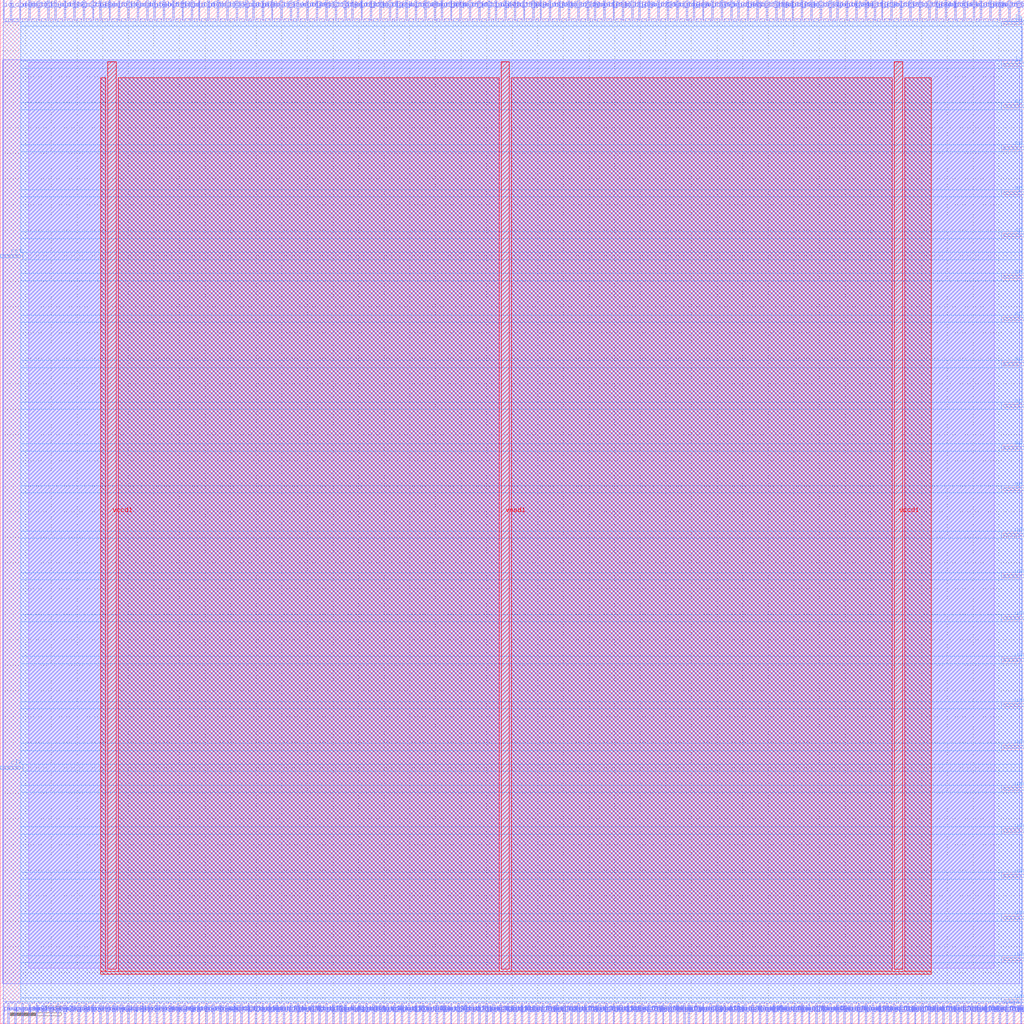
<source format=lef>
VERSION 5.7 ;
  NOWIREEXTENSIONATPIN ON ;
  DIVIDERCHAR "/" ;
  BUSBITCHARS "[]" ;
MACRO IOMultiplexer
  CLASS BLOCK ;
  FOREIGN IOMultiplexer ;
  ORIGIN 0.000 0.000 ;
  SIZE 200.000 BY 200.000 ;
  PIN clk
    DIRECTION INPUT ;
    USE SIGNAL ;
    PORT
      LAYER met3 ;
        RECT 0.000 49.680 4.000 50.280 ;
    END
  END clk
  PIN gpio0_input[0]
    DIRECTION OUTPUT TRISTATE ;
    USE SIGNAL ;
    PORT
      LAYER met2 ;
        RECT 122.450 0.000 122.730 4.000 ;
    END
  END gpio0_input[0]
  PIN gpio0_input[10]
    DIRECTION OUTPUT TRISTATE ;
    USE SIGNAL ;
    PORT
      LAYER met2 ;
        RECT 163.390 0.000 163.670 4.000 ;
    END
  END gpio0_input[10]
  PIN gpio0_input[11]
    DIRECTION OUTPUT TRISTATE ;
    USE SIGNAL ;
    PORT
      LAYER met2 ;
        RECT 167.530 0.000 167.810 4.000 ;
    END
  END gpio0_input[11]
  PIN gpio0_input[12]
    DIRECTION OUTPUT TRISTATE ;
    USE SIGNAL ;
    PORT
      LAYER met2 ;
        RECT 171.670 0.000 171.950 4.000 ;
    END
  END gpio0_input[12]
  PIN gpio0_input[13]
    DIRECTION OUTPUT TRISTATE ;
    USE SIGNAL ;
    PORT
      LAYER met2 ;
        RECT 175.810 0.000 176.090 4.000 ;
    END
  END gpio0_input[13]
  PIN gpio0_input[14]
    DIRECTION OUTPUT TRISTATE ;
    USE SIGNAL ;
    PORT
      LAYER met2 ;
        RECT 179.950 0.000 180.230 4.000 ;
    END
  END gpio0_input[14]
  PIN gpio0_input[15]
    DIRECTION OUTPUT TRISTATE ;
    USE SIGNAL ;
    PORT
      LAYER met2 ;
        RECT 184.090 0.000 184.370 4.000 ;
    END
  END gpio0_input[15]
  PIN gpio0_input[16]
    DIRECTION OUTPUT TRISTATE ;
    USE SIGNAL ;
    PORT
      LAYER met2 ;
        RECT 188.230 0.000 188.510 4.000 ;
    END
  END gpio0_input[16]
  PIN gpio0_input[17]
    DIRECTION OUTPUT TRISTATE ;
    USE SIGNAL ;
    PORT
      LAYER met2 ;
        RECT 192.370 0.000 192.650 4.000 ;
    END
  END gpio0_input[17]
  PIN gpio0_input[18]
    DIRECTION OUTPUT TRISTATE ;
    USE SIGNAL ;
    PORT
      LAYER met2 ;
        RECT 196.510 0.000 196.790 4.000 ;
    END
  END gpio0_input[18]
  PIN gpio0_input[1]
    DIRECTION OUTPUT TRISTATE ;
    USE SIGNAL ;
    PORT
      LAYER met2 ;
        RECT 126.590 0.000 126.870 4.000 ;
    END
  END gpio0_input[1]
  PIN gpio0_input[2]
    DIRECTION OUTPUT TRISTATE ;
    USE SIGNAL ;
    PORT
      LAYER met2 ;
        RECT 130.730 0.000 131.010 4.000 ;
    END
  END gpio0_input[2]
  PIN gpio0_input[3]
    DIRECTION OUTPUT TRISTATE ;
    USE SIGNAL ;
    PORT
      LAYER met2 ;
        RECT 134.410 0.000 134.690 4.000 ;
    END
  END gpio0_input[3]
  PIN gpio0_input[4]
    DIRECTION OUTPUT TRISTATE ;
    USE SIGNAL ;
    PORT
      LAYER met2 ;
        RECT 138.550 0.000 138.830 4.000 ;
    END
  END gpio0_input[4]
  PIN gpio0_input[5]
    DIRECTION OUTPUT TRISTATE ;
    USE SIGNAL ;
    PORT
      LAYER met2 ;
        RECT 142.690 0.000 142.970 4.000 ;
    END
  END gpio0_input[5]
  PIN gpio0_input[6]
    DIRECTION OUTPUT TRISTATE ;
    USE SIGNAL ;
    PORT
      LAYER met2 ;
        RECT 146.830 0.000 147.110 4.000 ;
    END
  END gpio0_input[6]
  PIN gpio0_input[7]
    DIRECTION OUTPUT TRISTATE ;
    USE SIGNAL ;
    PORT
      LAYER met2 ;
        RECT 150.970 0.000 151.250 4.000 ;
    END
  END gpio0_input[7]
  PIN gpio0_input[8]
    DIRECTION OUTPUT TRISTATE ;
    USE SIGNAL ;
    PORT
      LAYER met2 ;
        RECT 155.110 0.000 155.390 4.000 ;
    END
  END gpio0_input[8]
  PIN gpio0_input[9]
    DIRECTION OUTPUT TRISTATE ;
    USE SIGNAL ;
    PORT
      LAYER met2 ;
        RECT 159.250 0.000 159.530 4.000 ;
    END
  END gpio0_input[9]
  PIN gpio0_oe[0]
    DIRECTION INPUT ;
    USE SIGNAL ;
    PORT
      LAYER met2 ;
        RECT 123.830 0.000 124.110 4.000 ;
    END
  END gpio0_oe[0]
  PIN gpio0_oe[10]
    DIRECTION INPUT ;
    USE SIGNAL ;
    PORT
      LAYER met2 ;
        RECT 164.770 0.000 165.050 4.000 ;
    END
  END gpio0_oe[10]
  PIN gpio0_oe[11]
    DIRECTION INPUT ;
    USE SIGNAL ;
    PORT
      LAYER met2 ;
        RECT 168.910 0.000 169.190 4.000 ;
    END
  END gpio0_oe[11]
  PIN gpio0_oe[12]
    DIRECTION INPUT ;
    USE SIGNAL ;
    PORT
      LAYER met2 ;
        RECT 173.050 0.000 173.330 4.000 ;
    END
  END gpio0_oe[12]
  PIN gpio0_oe[13]
    DIRECTION INPUT ;
    USE SIGNAL ;
    PORT
      LAYER met2 ;
        RECT 177.190 0.000 177.470 4.000 ;
    END
  END gpio0_oe[13]
  PIN gpio0_oe[14]
    DIRECTION INPUT ;
    USE SIGNAL ;
    PORT
      LAYER met2 ;
        RECT 181.330 0.000 181.610 4.000 ;
    END
  END gpio0_oe[14]
  PIN gpio0_oe[15]
    DIRECTION INPUT ;
    USE SIGNAL ;
    PORT
      LAYER met2 ;
        RECT 185.470 0.000 185.750 4.000 ;
    END
  END gpio0_oe[15]
  PIN gpio0_oe[16]
    DIRECTION INPUT ;
    USE SIGNAL ;
    PORT
      LAYER met2 ;
        RECT 189.610 0.000 189.890 4.000 ;
    END
  END gpio0_oe[16]
  PIN gpio0_oe[17]
    DIRECTION INPUT ;
    USE SIGNAL ;
    PORT
      LAYER met2 ;
        RECT 193.750 0.000 194.030 4.000 ;
    END
  END gpio0_oe[17]
  PIN gpio0_oe[18]
    DIRECTION INPUT ;
    USE SIGNAL ;
    PORT
      LAYER met2 ;
        RECT 197.890 0.000 198.170 4.000 ;
    END
  END gpio0_oe[18]
  PIN gpio0_oe[1]
    DIRECTION INPUT ;
    USE SIGNAL ;
    PORT
      LAYER met2 ;
        RECT 127.970 0.000 128.250 4.000 ;
    END
  END gpio0_oe[1]
  PIN gpio0_oe[2]
    DIRECTION INPUT ;
    USE SIGNAL ;
    PORT
      LAYER met2 ;
        RECT 132.110 0.000 132.390 4.000 ;
    END
  END gpio0_oe[2]
  PIN gpio0_oe[3]
    DIRECTION INPUT ;
    USE SIGNAL ;
    PORT
      LAYER met2 ;
        RECT 135.790 0.000 136.070 4.000 ;
    END
  END gpio0_oe[3]
  PIN gpio0_oe[4]
    DIRECTION INPUT ;
    USE SIGNAL ;
    PORT
      LAYER met2 ;
        RECT 139.930 0.000 140.210 4.000 ;
    END
  END gpio0_oe[4]
  PIN gpio0_oe[5]
    DIRECTION INPUT ;
    USE SIGNAL ;
    PORT
      LAYER met2 ;
        RECT 144.070 0.000 144.350 4.000 ;
    END
  END gpio0_oe[5]
  PIN gpio0_oe[6]
    DIRECTION INPUT ;
    USE SIGNAL ;
    PORT
      LAYER met2 ;
        RECT 148.210 0.000 148.490 4.000 ;
    END
  END gpio0_oe[6]
  PIN gpio0_oe[7]
    DIRECTION INPUT ;
    USE SIGNAL ;
    PORT
      LAYER met2 ;
        RECT 152.350 0.000 152.630 4.000 ;
    END
  END gpio0_oe[7]
  PIN gpio0_oe[8]
    DIRECTION INPUT ;
    USE SIGNAL ;
    PORT
      LAYER met2 ;
        RECT 156.490 0.000 156.770 4.000 ;
    END
  END gpio0_oe[8]
  PIN gpio0_oe[9]
    DIRECTION INPUT ;
    USE SIGNAL ;
    PORT
      LAYER met2 ;
        RECT 160.630 0.000 160.910 4.000 ;
    END
  END gpio0_oe[9]
  PIN gpio0_output[0]
    DIRECTION INPUT ;
    USE SIGNAL ;
    PORT
      LAYER met2 ;
        RECT 125.210 0.000 125.490 4.000 ;
    END
  END gpio0_output[0]
  PIN gpio0_output[10]
    DIRECTION INPUT ;
    USE SIGNAL ;
    PORT
      LAYER met2 ;
        RECT 166.150 0.000 166.430 4.000 ;
    END
  END gpio0_output[10]
  PIN gpio0_output[11]
    DIRECTION INPUT ;
    USE SIGNAL ;
    PORT
      LAYER met2 ;
        RECT 170.290 0.000 170.570 4.000 ;
    END
  END gpio0_output[11]
  PIN gpio0_output[12]
    DIRECTION INPUT ;
    USE SIGNAL ;
    PORT
      LAYER met2 ;
        RECT 174.430 0.000 174.710 4.000 ;
    END
  END gpio0_output[12]
  PIN gpio0_output[13]
    DIRECTION INPUT ;
    USE SIGNAL ;
    PORT
      LAYER met2 ;
        RECT 178.570 0.000 178.850 4.000 ;
    END
  END gpio0_output[13]
  PIN gpio0_output[14]
    DIRECTION INPUT ;
    USE SIGNAL ;
    PORT
      LAYER met2 ;
        RECT 182.710 0.000 182.990 4.000 ;
    END
  END gpio0_output[14]
  PIN gpio0_output[15]
    DIRECTION INPUT ;
    USE SIGNAL ;
    PORT
      LAYER met2 ;
        RECT 186.850 0.000 187.130 4.000 ;
    END
  END gpio0_output[15]
  PIN gpio0_output[16]
    DIRECTION INPUT ;
    USE SIGNAL ;
    PORT
      LAYER met2 ;
        RECT 190.990 0.000 191.270 4.000 ;
    END
  END gpio0_output[16]
  PIN gpio0_output[17]
    DIRECTION INPUT ;
    USE SIGNAL ;
    PORT
      LAYER met2 ;
        RECT 195.130 0.000 195.410 4.000 ;
    END
  END gpio0_output[17]
  PIN gpio0_output[18]
    DIRECTION INPUT ;
    USE SIGNAL ;
    PORT
      LAYER met2 ;
        RECT 199.270 0.000 199.550 4.000 ;
    END
  END gpio0_output[18]
  PIN gpio0_output[1]
    DIRECTION INPUT ;
    USE SIGNAL ;
    PORT
      LAYER met2 ;
        RECT 129.350 0.000 129.630 4.000 ;
    END
  END gpio0_output[1]
  PIN gpio0_output[2]
    DIRECTION INPUT ;
    USE SIGNAL ;
    PORT
      LAYER met2 ;
        RECT 133.490 0.000 133.770 4.000 ;
    END
  END gpio0_output[2]
  PIN gpio0_output[3]
    DIRECTION INPUT ;
    USE SIGNAL ;
    PORT
      LAYER met2 ;
        RECT 137.170 0.000 137.450 4.000 ;
    END
  END gpio0_output[3]
  PIN gpio0_output[4]
    DIRECTION INPUT ;
    USE SIGNAL ;
    PORT
      LAYER met2 ;
        RECT 141.310 0.000 141.590 4.000 ;
    END
  END gpio0_output[4]
  PIN gpio0_output[5]
    DIRECTION INPUT ;
    USE SIGNAL ;
    PORT
      LAYER met2 ;
        RECT 145.450 0.000 145.730 4.000 ;
    END
  END gpio0_output[5]
  PIN gpio0_output[6]
    DIRECTION INPUT ;
    USE SIGNAL ;
    PORT
      LAYER met2 ;
        RECT 149.590 0.000 149.870 4.000 ;
    END
  END gpio0_output[6]
  PIN gpio0_output[7]
    DIRECTION INPUT ;
    USE SIGNAL ;
    PORT
      LAYER met2 ;
        RECT 153.730 0.000 154.010 4.000 ;
    END
  END gpio0_output[7]
  PIN gpio0_output[8]
    DIRECTION INPUT ;
    USE SIGNAL ;
    PORT
      LAYER met2 ;
        RECT 157.870 0.000 158.150 4.000 ;
    END
  END gpio0_output[8]
  PIN gpio0_output[9]
    DIRECTION INPUT ;
    USE SIGNAL ;
    PORT
      LAYER met2 ;
        RECT 162.010 0.000 162.290 4.000 ;
    END
  END gpio0_output[9]
  PIN gpio1_input[0]
    DIRECTION OUTPUT TRISTATE ;
    USE SIGNAL ;
    PORT
      LAYER met2 ;
        RECT 44.250 0.000 44.530 4.000 ;
    END
  END gpio1_input[0]
  PIN gpio1_input[10]
    DIRECTION OUTPUT TRISTATE ;
    USE SIGNAL ;
    PORT
      LAYER met2 ;
        RECT 85.190 0.000 85.470 4.000 ;
    END
  END gpio1_input[10]
  PIN gpio1_input[11]
    DIRECTION OUTPUT TRISTATE ;
    USE SIGNAL ;
    PORT
      LAYER met2 ;
        RECT 89.330 0.000 89.610 4.000 ;
    END
  END gpio1_input[11]
  PIN gpio1_input[12]
    DIRECTION OUTPUT TRISTATE ;
    USE SIGNAL ;
    PORT
      LAYER met2 ;
        RECT 93.470 0.000 93.750 4.000 ;
    END
  END gpio1_input[12]
  PIN gpio1_input[13]
    DIRECTION OUTPUT TRISTATE ;
    USE SIGNAL ;
    PORT
      LAYER met2 ;
        RECT 97.610 0.000 97.890 4.000 ;
    END
  END gpio1_input[13]
  PIN gpio1_input[14]
    DIRECTION OUTPUT TRISTATE ;
    USE SIGNAL ;
    PORT
      LAYER met2 ;
        RECT 101.750 0.000 102.030 4.000 ;
    END
  END gpio1_input[14]
  PIN gpio1_input[15]
    DIRECTION OUTPUT TRISTATE ;
    USE SIGNAL ;
    PORT
      LAYER met2 ;
        RECT 105.890 0.000 106.170 4.000 ;
    END
  END gpio1_input[15]
  PIN gpio1_input[16]
    DIRECTION OUTPUT TRISTATE ;
    USE SIGNAL ;
    PORT
      LAYER met2 ;
        RECT 110.030 0.000 110.310 4.000 ;
    END
  END gpio1_input[16]
  PIN gpio1_input[17]
    DIRECTION OUTPUT TRISTATE ;
    USE SIGNAL ;
    PORT
      LAYER met2 ;
        RECT 114.170 0.000 114.450 4.000 ;
    END
  END gpio1_input[17]
  PIN gpio1_input[18]
    DIRECTION OUTPUT TRISTATE ;
    USE SIGNAL ;
    PORT
      LAYER met2 ;
        RECT 118.310 0.000 118.590 4.000 ;
    END
  END gpio1_input[18]
  PIN gpio1_input[1]
    DIRECTION OUTPUT TRISTATE ;
    USE SIGNAL ;
    PORT
      LAYER met2 ;
        RECT 48.390 0.000 48.670 4.000 ;
    END
  END gpio1_input[1]
  PIN gpio1_input[2]
    DIRECTION OUTPUT TRISTATE ;
    USE SIGNAL ;
    PORT
      LAYER met2 ;
        RECT 52.530 0.000 52.810 4.000 ;
    END
  END gpio1_input[2]
  PIN gpio1_input[3]
    DIRECTION OUTPUT TRISTATE ;
    USE SIGNAL ;
    PORT
      LAYER met2 ;
        RECT 56.670 0.000 56.950 4.000 ;
    END
  END gpio1_input[3]
  PIN gpio1_input[4]
    DIRECTION OUTPUT TRISTATE ;
    USE SIGNAL ;
    PORT
      LAYER met2 ;
        RECT 60.810 0.000 61.090 4.000 ;
    END
  END gpio1_input[4]
  PIN gpio1_input[5]
    DIRECTION OUTPUT TRISTATE ;
    USE SIGNAL ;
    PORT
      LAYER met2 ;
        RECT 64.950 0.000 65.230 4.000 ;
    END
  END gpio1_input[5]
  PIN gpio1_input[6]
    DIRECTION OUTPUT TRISTATE ;
    USE SIGNAL ;
    PORT
      LAYER met2 ;
        RECT 68.630 0.000 68.910 4.000 ;
    END
  END gpio1_input[6]
  PIN gpio1_input[7]
    DIRECTION OUTPUT TRISTATE ;
    USE SIGNAL ;
    PORT
      LAYER met2 ;
        RECT 72.770 0.000 73.050 4.000 ;
    END
  END gpio1_input[7]
  PIN gpio1_input[8]
    DIRECTION OUTPUT TRISTATE ;
    USE SIGNAL ;
    PORT
      LAYER met2 ;
        RECT 76.910 0.000 77.190 4.000 ;
    END
  END gpio1_input[8]
  PIN gpio1_input[9]
    DIRECTION OUTPUT TRISTATE ;
    USE SIGNAL ;
    PORT
      LAYER met2 ;
        RECT 81.050 0.000 81.330 4.000 ;
    END
  END gpio1_input[9]
  PIN gpio1_oe[0]
    DIRECTION INPUT ;
    USE SIGNAL ;
    PORT
      LAYER met2 ;
        RECT 45.630 0.000 45.910 4.000 ;
    END
  END gpio1_oe[0]
  PIN gpio1_oe[10]
    DIRECTION INPUT ;
    USE SIGNAL ;
    PORT
      LAYER met2 ;
        RECT 86.570 0.000 86.850 4.000 ;
    END
  END gpio1_oe[10]
  PIN gpio1_oe[11]
    DIRECTION INPUT ;
    USE SIGNAL ;
    PORT
      LAYER met2 ;
        RECT 90.710 0.000 90.990 4.000 ;
    END
  END gpio1_oe[11]
  PIN gpio1_oe[12]
    DIRECTION INPUT ;
    USE SIGNAL ;
    PORT
      LAYER met2 ;
        RECT 94.850 0.000 95.130 4.000 ;
    END
  END gpio1_oe[12]
  PIN gpio1_oe[13]
    DIRECTION INPUT ;
    USE SIGNAL ;
    PORT
      LAYER met2 ;
        RECT 98.990 0.000 99.270 4.000 ;
    END
  END gpio1_oe[13]
  PIN gpio1_oe[14]
    DIRECTION INPUT ;
    USE SIGNAL ;
    PORT
      LAYER met2 ;
        RECT 103.130 0.000 103.410 4.000 ;
    END
  END gpio1_oe[14]
  PIN gpio1_oe[15]
    DIRECTION INPUT ;
    USE SIGNAL ;
    PORT
      LAYER met2 ;
        RECT 107.270 0.000 107.550 4.000 ;
    END
  END gpio1_oe[15]
  PIN gpio1_oe[16]
    DIRECTION INPUT ;
    USE SIGNAL ;
    PORT
      LAYER met2 ;
        RECT 111.410 0.000 111.690 4.000 ;
    END
  END gpio1_oe[16]
  PIN gpio1_oe[17]
    DIRECTION INPUT ;
    USE SIGNAL ;
    PORT
      LAYER met2 ;
        RECT 115.550 0.000 115.830 4.000 ;
    END
  END gpio1_oe[17]
  PIN gpio1_oe[18]
    DIRECTION INPUT ;
    USE SIGNAL ;
    PORT
      LAYER met2 ;
        RECT 119.690 0.000 119.970 4.000 ;
    END
  END gpio1_oe[18]
  PIN gpio1_oe[1]
    DIRECTION INPUT ;
    USE SIGNAL ;
    PORT
      LAYER met2 ;
        RECT 49.770 0.000 50.050 4.000 ;
    END
  END gpio1_oe[1]
  PIN gpio1_oe[2]
    DIRECTION INPUT ;
    USE SIGNAL ;
    PORT
      LAYER met2 ;
        RECT 53.910 0.000 54.190 4.000 ;
    END
  END gpio1_oe[2]
  PIN gpio1_oe[3]
    DIRECTION INPUT ;
    USE SIGNAL ;
    PORT
      LAYER met2 ;
        RECT 58.050 0.000 58.330 4.000 ;
    END
  END gpio1_oe[3]
  PIN gpio1_oe[4]
    DIRECTION INPUT ;
    USE SIGNAL ;
    PORT
      LAYER met2 ;
        RECT 62.190 0.000 62.470 4.000 ;
    END
  END gpio1_oe[4]
  PIN gpio1_oe[5]
    DIRECTION INPUT ;
    USE SIGNAL ;
    PORT
      LAYER met2 ;
        RECT 66.330 0.000 66.610 4.000 ;
    END
  END gpio1_oe[5]
  PIN gpio1_oe[6]
    DIRECTION INPUT ;
    USE SIGNAL ;
    PORT
      LAYER met2 ;
        RECT 70.010 0.000 70.290 4.000 ;
    END
  END gpio1_oe[6]
  PIN gpio1_oe[7]
    DIRECTION INPUT ;
    USE SIGNAL ;
    PORT
      LAYER met2 ;
        RECT 74.150 0.000 74.430 4.000 ;
    END
  END gpio1_oe[7]
  PIN gpio1_oe[8]
    DIRECTION INPUT ;
    USE SIGNAL ;
    PORT
      LAYER met2 ;
        RECT 78.290 0.000 78.570 4.000 ;
    END
  END gpio1_oe[8]
  PIN gpio1_oe[9]
    DIRECTION INPUT ;
    USE SIGNAL ;
    PORT
      LAYER met2 ;
        RECT 82.430 0.000 82.710 4.000 ;
    END
  END gpio1_oe[9]
  PIN gpio1_output[0]
    DIRECTION INPUT ;
    USE SIGNAL ;
    PORT
      LAYER met2 ;
        RECT 47.010 0.000 47.290 4.000 ;
    END
  END gpio1_output[0]
  PIN gpio1_output[10]
    DIRECTION INPUT ;
    USE SIGNAL ;
    PORT
      LAYER met2 ;
        RECT 87.950 0.000 88.230 4.000 ;
    END
  END gpio1_output[10]
  PIN gpio1_output[11]
    DIRECTION INPUT ;
    USE SIGNAL ;
    PORT
      LAYER met2 ;
        RECT 92.090 0.000 92.370 4.000 ;
    END
  END gpio1_output[11]
  PIN gpio1_output[12]
    DIRECTION INPUT ;
    USE SIGNAL ;
    PORT
      LAYER met2 ;
        RECT 96.230 0.000 96.510 4.000 ;
    END
  END gpio1_output[12]
  PIN gpio1_output[13]
    DIRECTION INPUT ;
    USE SIGNAL ;
    PORT
      LAYER met2 ;
        RECT 100.370 0.000 100.650 4.000 ;
    END
  END gpio1_output[13]
  PIN gpio1_output[14]
    DIRECTION INPUT ;
    USE SIGNAL ;
    PORT
      LAYER met2 ;
        RECT 104.510 0.000 104.790 4.000 ;
    END
  END gpio1_output[14]
  PIN gpio1_output[15]
    DIRECTION INPUT ;
    USE SIGNAL ;
    PORT
      LAYER met2 ;
        RECT 108.650 0.000 108.930 4.000 ;
    END
  END gpio1_output[15]
  PIN gpio1_output[16]
    DIRECTION INPUT ;
    USE SIGNAL ;
    PORT
      LAYER met2 ;
        RECT 112.790 0.000 113.070 4.000 ;
    END
  END gpio1_output[16]
  PIN gpio1_output[17]
    DIRECTION INPUT ;
    USE SIGNAL ;
    PORT
      LAYER met2 ;
        RECT 116.930 0.000 117.210 4.000 ;
    END
  END gpio1_output[17]
  PIN gpio1_output[18]
    DIRECTION INPUT ;
    USE SIGNAL ;
    PORT
      LAYER met2 ;
        RECT 121.070 0.000 121.350 4.000 ;
    END
  END gpio1_output[18]
  PIN gpio1_output[1]
    DIRECTION INPUT ;
    USE SIGNAL ;
    PORT
      LAYER met2 ;
        RECT 51.150 0.000 51.430 4.000 ;
    END
  END gpio1_output[1]
  PIN gpio1_output[2]
    DIRECTION INPUT ;
    USE SIGNAL ;
    PORT
      LAYER met2 ;
        RECT 55.290 0.000 55.570 4.000 ;
    END
  END gpio1_output[2]
  PIN gpio1_output[3]
    DIRECTION INPUT ;
    USE SIGNAL ;
    PORT
      LAYER met2 ;
        RECT 59.430 0.000 59.710 4.000 ;
    END
  END gpio1_output[3]
  PIN gpio1_output[4]
    DIRECTION INPUT ;
    USE SIGNAL ;
    PORT
      LAYER met2 ;
        RECT 63.570 0.000 63.850 4.000 ;
    END
  END gpio1_output[4]
  PIN gpio1_output[5]
    DIRECTION INPUT ;
    USE SIGNAL ;
    PORT
      LAYER met2 ;
        RECT 67.250 0.000 67.530 4.000 ;
    END
  END gpio1_output[5]
  PIN gpio1_output[6]
    DIRECTION INPUT ;
    USE SIGNAL ;
    PORT
      LAYER met2 ;
        RECT 71.390 0.000 71.670 4.000 ;
    END
  END gpio1_output[6]
  PIN gpio1_output[7]
    DIRECTION INPUT ;
    USE SIGNAL ;
    PORT
      LAYER met2 ;
        RECT 75.530 0.000 75.810 4.000 ;
    END
  END gpio1_output[7]
  PIN gpio1_output[8]
    DIRECTION INPUT ;
    USE SIGNAL ;
    PORT
      LAYER met2 ;
        RECT 79.670 0.000 79.950 4.000 ;
    END
  END gpio1_output[8]
  PIN gpio1_output[9]
    DIRECTION INPUT ;
    USE SIGNAL ;
    PORT
      LAYER met2 ;
        RECT 83.810 0.000 84.090 4.000 ;
    END
  END gpio1_output[9]
  PIN io_in[0]
    DIRECTION INPUT ;
    USE SIGNAL ;
    PORT
      LAYER met2 ;
        RECT 0.550 196.000 0.830 200.000 ;
    END
  END io_in[0]
  PIN io_in[10]
    DIRECTION INPUT ;
    USE SIGNAL ;
    PORT
      LAYER met2 ;
        RECT 52.990 196.000 53.270 200.000 ;
    END
  END io_in[10]
  PIN io_in[11]
    DIRECTION INPUT ;
    USE SIGNAL ;
    PORT
      LAYER met2 ;
        RECT 58.050 196.000 58.330 200.000 ;
    END
  END io_in[11]
  PIN io_in[12]
    DIRECTION INPUT ;
    USE SIGNAL ;
    PORT
      LAYER met2 ;
        RECT 63.570 196.000 63.850 200.000 ;
    END
  END io_in[12]
  PIN io_in[13]
    DIRECTION INPUT ;
    USE SIGNAL ;
    PORT
      LAYER met2 ;
        RECT 68.630 196.000 68.910 200.000 ;
    END
  END io_in[13]
  PIN io_in[14]
    DIRECTION INPUT ;
    USE SIGNAL ;
    PORT
      LAYER met2 ;
        RECT 74.150 196.000 74.430 200.000 ;
    END
  END io_in[14]
  PIN io_in[15]
    DIRECTION INPUT ;
    USE SIGNAL ;
    PORT
      LAYER met2 ;
        RECT 79.210 196.000 79.490 200.000 ;
    END
  END io_in[15]
  PIN io_in[16]
    DIRECTION INPUT ;
    USE SIGNAL ;
    PORT
      LAYER met2 ;
        RECT 84.730 196.000 85.010 200.000 ;
    END
  END io_in[16]
  PIN io_in[17]
    DIRECTION INPUT ;
    USE SIGNAL ;
    PORT
      LAYER met2 ;
        RECT 89.790 196.000 90.070 200.000 ;
    END
  END io_in[17]
  PIN io_in[18]
    DIRECTION INPUT ;
    USE SIGNAL ;
    PORT
      LAYER met2 ;
        RECT 95.310 196.000 95.590 200.000 ;
    END
  END io_in[18]
  PIN io_in[19]
    DIRECTION INPUT ;
    USE SIGNAL ;
    PORT
      LAYER met2 ;
        RECT 100.370 196.000 100.650 200.000 ;
    END
  END io_in[19]
  PIN io_in[1]
    DIRECTION INPUT ;
    USE SIGNAL ;
    PORT
      LAYER met2 ;
        RECT 5.610 196.000 5.890 200.000 ;
    END
  END io_in[1]
  PIN io_in[20]
    DIRECTION INPUT ;
    USE SIGNAL ;
    PORT
      LAYER met2 ;
        RECT 105.430 196.000 105.710 200.000 ;
    END
  END io_in[20]
  PIN io_in[21]
    DIRECTION INPUT ;
    USE SIGNAL ;
    PORT
      LAYER met2 ;
        RECT 110.950 196.000 111.230 200.000 ;
    END
  END io_in[21]
  PIN io_in[22]
    DIRECTION INPUT ;
    USE SIGNAL ;
    PORT
      LAYER met2 ;
        RECT 116.010 196.000 116.290 200.000 ;
    END
  END io_in[22]
  PIN io_in[23]
    DIRECTION INPUT ;
    USE SIGNAL ;
    PORT
      LAYER met2 ;
        RECT 121.530 196.000 121.810 200.000 ;
    END
  END io_in[23]
  PIN io_in[24]
    DIRECTION INPUT ;
    USE SIGNAL ;
    PORT
      LAYER met2 ;
        RECT 126.590 196.000 126.870 200.000 ;
    END
  END io_in[24]
  PIN io_in[25]
    DIRECTION INPUT ;
    USE SIGNAL ;
    PORT
      LAYER met2 ;
        RECT 132.110 196.000 132.390 200.000 ;
    END
  END io_in[25]
  PIN io_in[26]
    DIRECTION INPUT ;
    USE SIGNAL ;
    PORT
      LAYER met2 ;
        RECT 137.170 196.000 137.450 200.000 ;
    END
  END io_in[26]
  PIN io_in[27]
    DIRECTION INPUT ;
    USE SIGNAL ;
    PORT
      LAYER met2 ;
        RECT 142.690 196.000 142.970 200.000 ;
    END
  END io_in[27]
  PIN io_in[28]
    DIRECTION INPUT ;
    USE SIGNAL ;
    PORT
      LAYER met2 ;
        RECT 147.750 196.000 148.030 200.000 ;
    END
  END io_in[28]
  PIN io_in[29]
    DIRECTION INPUT ;
    USE SIGNAL ;
    PORT
      LAYER met2 ;
        RECT 152.810 196.000 153.090 200.000 ;
    END
  END io_in[29]
  PIN io_in[2]
    DIRECTION INPUT ;
    USE SIGNAL ;
    PORT
      LAYER met2 ;
        RECT 10.670 196.000 10.950 200.000 ;
    END
  END io_in[2]
  PIN io_in[30]
    DIRECTION INPUT ;
    USE SIGNAL ;
    PORT
      LAYER met2 ;
        RECT 158.330 196.000 158.610 200.000 ;
    END
  END io_in[30]
  PIN io_in[31]
    DIRECTION INPUT ;
    USE SIGNAL ;
    PORT
      LAYER met2 ;
        RECT 163.390 196.000 163.670 200.000 ;
    END
  END io_in[31]
  PIN io_in[32]
    DIRECTION INPUT ;
    USE SIGNAL ;
    PORT
      LAYER met2 ;
        RECT 168.910 196.000 169.190 200.000 ;
    END
  END io_in[32]
  PIN io_in[33]
    DIRECTION INPUT ;
    USE SIGNAL ;
    PORT
      LAYER met2 ;
        RECT 173.970 196.000 174.250 200.000 ;
    END
  END io_in[33]
  PIN io_in[34]
    DIRECTION INPUT ;
    USE SIGNAL ;
    PORT
      LAYER met2 ;
        RECT 179.490 196.000 179.770 200.000 ;
    END
  END io_in[34]
  PIN io_in[35]
    DIRECTION INPUT ;
    USE SIGNAL ;
    PORT
      LAYER met2 ;
        RECT 184.550 196.000 184.830 200.000 ;
    END
  END io_in[35]
  PIN io_in[36]
    DIRECTION INPUT ;
    USE SIGNAL ;
    PORT
      LAYER met2 ;
        RECT 190.070 196.000 190.350 200.000 ;
    END
  END io_in[36]
  PIN io_in[37]
    DIRECTION INPUT ;
    USE SIGNAL ;
    PORT
      LAYER met2 ;
        RECT 195.130 196.000 195.410 200.000 ;
    END
  END io_in[37]
  PIN io_in[3]
    DIRECTION INPUT ;
    USE SIGNAL ;
    PORT
      LAYER met2 ;
        RECT 16.190 196.000 16.470 200.000 ;
    END
  END io_in[3]
  PIN io_in[4]
    DIRECTION INPUT ;
    USE SIGNAL ;
    PORT
      LAYER met2 ;
        RECT 21.250 196.000 21.530 200.000 ;
    END
  END io_in[4]
  PIN io_in[5]
    DIRECTION INPUT ;
    USE SIGNAL ;
    PORT
      LAYER met2 ;
        RECT 26.770 196.000 27.050 200.000 ;
    END
  END io_in[5]
  PIN io_in[6]
    DIRECTION INPUT ;
    USE SIGNAL ;
    PORT
      LAYER met2 ;
        RECT 31.830 196.000 32.110 200.000 ;
    END
  END io_in[6]
  PIN io_in[7]
    DIRECTION INPUT ;
    USE SIGNAL ;
    PORT
      LAYER met2 ;
        RECT 37.350 196.000 37.630 200.000 ;
    END
  END io_in[7]
  PIN io_in[8]
    DIRECTION INPUT ;
    USE SIGNAL ;
    PORT
      LAYER met2 ;
        RECT 42.410 196.000 42.690 200.000 ;
    END
  END io_in[8]
  PIN io_in[9]
    DIRECTION INPUT ;
    USE SIGNAL ;
    PORT
      LAYER met2 ;
        RECT 47.930 196.000 48.210 200.000 ;
    END
  END io_in[9]
  PIN io_oeb[0]
    DIRECTION OUTPUT TRISTATE ;
    USE SIGNAL ;
    PORT
      LAYER met2 ;
        RECT 1.930 196.000 2.210 200.000 ;
    END
  END io_oeb[0]
  PIN io_oeb[10]
    DIRECTION OUTPUT TRISTATE ;
    USE SIGNAL ;
    PORT
      LAYER met2 ;
        RECT 54.830 196.000 55.110 200.000 ;
    END
  END io_oeb[10]
  PIN io_oeb[11]
    DIRECTION OUTPUT TRISTATE ;
    USE SIGNAL ;
    PORT
      LAYER met2 ;
        RECT 59.890 196.000 60.170 200.000 ;
    END
  END io_oeb[11]
  PIN io_oeb[12]
    DIRECTION OUTPUT TRISTATE ;
    USE SIGNAL ;
    PORT
      LAYER met2 ;
        RECT 65.410 196.000 65.690 200.000 ;
    END
  END io_oeb[12]
  PIN io_oeb[13]
    DIRECTION OUTPUT TRISTATE ;
    USE SIGNAL ;
    PORT
      LAYER met2 ;
        RECT 70.470 196.000 70.750 200.000 ;
    END
  END io_oeb[13]
  PIN io_oeb[14]
    DIRECTION OUTPUT TRISTATE ;
    USE SIGNAL ;
    PORT
      LAYER met2 ;
        RECT 75.990 196.000 76.270 200.000 ;
    END
  END io_oeb[14]
  PIN io_oeb[15]
    DIRECTION OUTPUT TRISTATE ;
    USE SIGNAL ;
    PORT
      LAYER met2 ;
        RECT 81.050 196.000 81.330 200.000 ;
    END
  END io_oeb[15]
  PIN io_oeb[16]
    DIRECTION OUTPUT TRISTATE ;
    USE SIGNAL ;
    PORT
      LAYER met2 ;
        RECT 86.110 196.000 86.390 200.000 ;
    END
  END io_oeb[16]
  PIN io_oeb[17]
    DIRECTION OUTPUT TRISTATE ;
    USE SIGNAL ;
    PORT
      LAYER met2 ;
        RECT 91.630 196.000 91.910 200.000 ;
    END
  END io_oeb[17]
  PIN io_oeb[18]
    DIRECTION OUTPUT TRISTATE ;
    USE SIGNAL ;
    PORT
      LAYER met2 ;
        RECT 96.690 196.000 96.970 200.000 ;
    END
  END io_oeb[18]
  PIN io_oeb[19]
    DIRECTION OUTPUT TRISTATE ;
    USE SIGNAL ;
    PORT
      LAYER met2 ;
        RECT 102.210 196.000 102.490 200.000 ;
    END
  END io_oeb[19]
  PIN io_oeb[1]
    DIRECTION OUTPUT TRISTATE ;
    USE SIGNAL ;
    PORT
      LAYER met2 ;
        RECT 7.450 196.000 7.730 200.000 ;
    END
  END io_oeb[1]
  PIN io_oeb[20]
    DIRECTION OUTPUT TRISTATE ;
    USE SIGNAL ;
    PORT
      LAYER met2 ;
        RECT 107.270 196.000 107.550 200.000 ;
    END
  END io_oeb[20]
  PIN io_oeb[21]
    DIRECTION OUTPUT TRISTATE ;
    USE SIGNAL ;
    PORT
      LAYER met2 ;
        RECT 112.790 196.000 113.070 200.000 ;
    END
  END io_oeb[21]
  PIN io_oeb[22]
    DIRECTION OUTPUT TRISTATE ;
    USE SIGNAL ;
    PORT
      LAYER met2 ;
        RECT 117.850 196.000 118.130 200.000 ;
    END
  END io_oeb[22]
  PIN io_oeb[23]
    DIRECTION OUTPUT TRISTATE ;
    USE SIGNAL ;
    PORT
      LAYER met2 ;
        RECT 123.370 196.000 123.650 200.000 ;
    END
  END io_oeb[23]
  PIN io_oeb[24]
    DIRECTION OUTPUT TRISTATE ;
    USE SIGNAL ;
    PORT
      LAYER met2 ;
        RECT 128.430 196.000 128.710 200.000 ;
    END
  END io_oeb[24]
  PIN io_oeb[25]
    DIRECTION OUTPUT TRISTATE ;
    USE SIGNAL ;
    PORT
      LAYER met2 ;
        RECT 133.950 196.000 134.230 200.000 ;
    END
  END io_oeb[25]
  PIN io_oeb[26]
    DIRECTION OUTPUT TRISTATE ;
    USE SIGNAL ;
    PORT
      LAYER met2 ;
        RECT 139.010 196.000 139.290 200.000 ;
    END
  END io_oeb[26]
  PIN io_oeb[27]
    DIRECTION OUTPUT TRISTATE ;
    USE SIGNAL ;
    PORT
      LAYER met2 ;
        RECT 144.070 196.000 144.350 200.000 ;
    END
  END io_oeb[27]
  PIN io_oeb[28]
    DIRECTION OUTPUT TRISTATE ;
    USE SIGNAL ;
    PORT
      LAYER met2 ;
        RECT 149.590 196.000 149.870 200.000 ;
    END
  END io_oeb[28]
  PIN io_oeb[29]
    DIRECTION OUTPUT TRISTATE ;
    USE SIGNAL ;
    PORT
      LAYER met2 ;
        RECT 154.650 196.000 154.930 200.000 ;
    END
  END io_oeb[29]
  PIN io_oeb[2]
    DIRECTION OUTPUT TRISTATE ;
    USE SIGNAL ;
    PORT
      LAYER met2 ;
        RECT 12.510 196.000 12.790 200.000 ;
    END
  END io_oeb[2]
  PIN io_oeb[30]
    DIRECTION OUTPUT TRISTATE ;
    USE SIGNAL ;
    PORT
      LAYER met2 ;
        RECT 160.170 196.000 160.450 200.000 ;
    END
  END io_oeb[30]
  PIN io_oeb[31]
    DIRECTION OUTPUT TRISTATE ;
    USE SIGNAL ;
    PORT
      LAYER met2 ;
        RECT 165.230 196.000 165.510 200.000 ;
    END
  END io_oeb[31]
  PIN io_oeb[32]
    DIRECTION OUTPUT TRISTATE ;
    USE SIGNAL ;
    PORT
      LAYER met2 ;
        RECT 170.750 196.000 171.030 200.000 ;
    END
  END io_oeb[32]
  PIN io_oeb[33]
    DIRECTION OUTPUT TRISTATE ;
    USE SIGNAL ;
    PORT
      LAYER met2 ;
        RECT 175.810 196.000 176.090 200.000 ;
    END
  END io_oeb[33]
  PIN io_oeb[34]
    DIRECTION OUTPUT TRISTATE ;
    USE SIGNAL ;
    PORT
      LAYER met2 ;
        RECT 181.330 196.000 181.610 200.000 ;
    END
  END io_oeb[34]
  PIN io_oeb[35]
    DIRECTION OUTPUT TRISTATE ;
    USE SIGNAL ;
    PORT
      LAYER met2 ;
        RECT 186.390 196.000 186.670 200.000 ;
    END
  END io_oeb[35]
  PIN io_oeb[36]
    DIRECTION OUTPUT TRISTATE ;
    USE SIGNAL ;
    PORT
      LAYER met2 ;
        RECT 191.450 196.000 191.730 200.000 ;
    END
  END io_oeb[36]
  PIN io_oeb[37]
    DIRECTION OUTPUT TRISTATE ;
    USE SIGNAL ;
    PORT
      LAYER met2 ;
        RECT 196.970 196.000 197.250 200.000 ;
    END
  END io_oeb[37]
  PIN io_oeb[3]
    DIRECTION OUTPUT TRISTATE ;
    USE SIGNAL ;
    PORT
      LAYER met2 ;
        RECT 18.030 196.000 18.310 200.000 ;
    END
  END io_oeb[3]
  PIN io_oeb[4]
    DIRECTION OUTPUT TRISTATE ;
    USE SIGNAL ;
    PORT
      LAYER met2 ;
        RECT 23.090 196.000 23.370 200.000 ;
    END
  END io_oeb[4]
  PIN io_oeb[5]
    DIRECTION OUTPUT TRISTATE ;
    USE SIGNAL ;
    PORT
      LAYER met2 ;
        RECT 28.610 196.000 28.890 200.000 ;
    END
  END io_oeb[5]
  PIN io_oeb[6]
    DIRECTION OUTPUT TRISTATE ;
    USE SIGNAL ;
    PORT
      LAYER met2 ;
        RECT 33.670 196.000 33.950 200.000 ;
    END
  END io_oeb[6]
  PIN io_oeb[7]
    DIRECTION OUTPUT TRISTATE ;
    USE SIGNAL ;
    PORT
      LAYER met2 ;
        RECT 38.730 196.000 39.010 200.000 ;
    END
  END io_oeb[7]
  PIN io_oeb[8]
    DIRECTION OUTPUT TRISTATE ;
    USE SIGNAL ;
    PORT
      LAYER met2 ;
        RECT 44.250 196.000 44.530 200.000 ;
    END
  END io_oeb[8]
  PIN io_oeb[9]
    DIRECTION OUTPUT TRISTATE ;
    USE SIGNAL ;
    PORT
      LAYER met2 ;
        RECT 49.310 196.000 49.590 200.000 ;
    END
  END io_oeb[9]
  PIN io_out[0]
    DIRECTION OUTPUT TRISTATE ;
    USE SIGNAL ;
    PORT
      LAYER met2 ;
        RECT 3.770 196.000 4.050 200.000 ;
    END
  END io_out[0]
  PIN io_out[10]
    DIRECTION OUTPUT TRISTATE ;
    USE SIGNAL ;
    PORT
      LAYER met2 ;
        RECT 56.670 196.000 56.950 200.000 ;
    END
  END io_out[10]
  PIN io_out[11]
    DIRECTION OUTPUT TRISTATE ;
    USE SIGNAL ;
    PORT
      LAYER met2 ;
        RECT 61.730 196.000 62.010 200.000 ;
    END
  END io_out[11]
  PIN io_out[12]
    DIRECTION OUTPUT TRISTATE ;
    USE SIGNAL ;
    PORT
      LAYER met2 ;
        RECT 67.250 196.000 67.530 200.000 ;
    END
  END io_out[12]
  PIN io_out[13]
    DIRECTION OUTPUT TRISTATE ;
    USE SIGNAL ;
    PORT
      LAYER met2 ;
        RECT 72.310 196.000 72.590 200.000 ;
    END
  END io_out[13]
  PIN io_out[14]
    DIRECTION OUTPUT TRISTATE ;
    USE SIGNAL ;
    PORT
      LAYER met2 ;
        RECT 77.370 196.000 77.650 200.000 ;
    END
  END io_out[14]
  PIN io_out[15]
    DIRECTION OUTPUT TRISTATE ;
    USE SIGNAL ;
    PORT
      LAYER met2 ;
        RECT 82.890 196.000 83.170 200.000 ;
    END
  END io_out[15]
  PIN io_out[16]
    DIRECTION OUTPUT TRISTATE ;
    USE SIGNAL ;
    PORT
      LAYER met2 ;
        RECT 87.950 196.000 88.230 200.000 ;
    END
  END io_out[16]
  PIN io_out[17]
    DIRECTION OUTPUT TRISTATE ;
    USE SIGNAL ;
    PORT
      LAYER met2 ;
        RECT 93.470 196.000 93.750 200.000 ;
    END
  END io_out[17]
  PIN io_out[18]
    DIRECTION OUTPUT TRISTATE ;
    USE SIGNAL ;
    PORT
      LAYER met2 ;
        RECT 98.530 196.000 98.810 200.000 ;
    END
  END io_out[18]
  PIN io_out[19]
    DIRECTION OUTPUT TRISTATE ;
    USE SIGNAL ;
    PORT
      LAYER met2 ;
        RECT 104.050 196.000 104.330 200.000 ;
    END
  END io_out[19]
  PIN io_out[1]
    DIRECTION OUTPUT TRISTATE ;
    USE SIGNAL ;
    PORT
      LAYER met2 ;
        RECT 9.290 196.000 9.570 200.000 ;
    END
  END io_out[1]
  PIN io_out[20]
    DIRECTION OUTPUT TRISTATE ;
    USE SIGNAL ;
    PORT
      LAYER met2 ;
        RECT 109.110 196.000 109.390 200.000 ;
    END
  END io_out[20]
  PIN io_out[21]
    DIRECTION OUTPUT TRISTATE ;
    USE SIGNAL ;
    PORT
      LAYER met2 ;
        RECT 114.630 196.000 114.910 200.000 ;
    END
  END io_out[21]
  PIN io_out[22]
    DIRECTION OUTPUT TRISTATE ;
    USE SIGNAL ;
    PORT
      LAYER met2 ;
        RECT 119.690 196.000 119.970 200.000 ;
    END
  END io_out[22]
  PIN io_out[23]
    DIRECTION OUTPUT TRISTATE ;
    USE SIGNAL ;
    PORT
      LAYER met2 ;
        RECT 124.750 196.000 125.030 200.000 ;
    END
  END io_out[23]
  PIN io_out[24]
    DIRECTION OUTPUT TRISTATE ;
    USE SIGNAL ;
    PORT
      LAYER met2 ;
        RECT 130.270 196.000 130.550 200.000 ;
    END
  END io_out[24]
  PIN io_out[25]
    DIRECTION OUTPUT TRISTATE ;
    USE SIGNAL ;
    PORT
      LAYER met2 ;
        RECT 135.330 196.000 135.610 200.000 ;
    END
  END io_out[25]
  PIN io_out[26]
    DIRECTION OUTPUT TRISTATE ;
    USE SIGNAL ;
    PORT
      LAYER met2 ;
        RECT 140.850 196.000 141.130 200.000 ;
    END
  END io_out[26]
  PIN io_out[27]
    DIRECTION OUTPUT TRISTATE ;
    USE SIGNAL ;
    PORT
      LAYER met2 ;
        RECT 145.910 196.000 146.190 200.000 ;
    END
  END io_out[27]
  PIN io_out[28]
    DIRECTION OUTPUT TRISTATE ;
    USE SIGNAL ;
    PORT
      LAYER met2 ;
        RECT 151.430 196.000 151.710 200.000 ;
    END
  END io_out[28]
  PIN io_out[29]
    DIRECTION OUTPUT TRISTATE ;
    USE SIGNAL ;
    PORT
      LAYER met2 ;
        RECT 156.490 196.000 156.770 200.000 ;
    END
  END io_out[29]
  PIN io_out[2]
    DIRECTION OUTPUT TRISTATE ;
    USE SIGNAL ;
    PORT
      LAYER met2 ;
        RECT 14.350 196.000 14.630 200.000 ;
    END
  END io_out[2]
  PIN io_out[30]
    DIRECTION OUTPUT TRISTATE ;
    USE SIGNAL ;
    PORT
      LAYER met2 ;
        RECT 162.010 196.000 162.290 200.000 ;
    END
  END io_out[30]
  PIN io_out[31]
    DIRECTION OUTPUT TRISTATE ;
    USE SIGNAL ;
    PORT
      LAYER met2 ;
        RECT 167.070 196.000 167.350 200.000 ;
    END
  END io_out[31]
  PIN io_out[32]
    DIRECTION OUTPUT TRISTATE ;
    USE SIGNAL ;
    PORT
      LAYER met2 ;
        RECT 172.130 196.000 172.410 200.000 ;
    END
  END io_out[32]
  PIN io_out[33]
    DIRECTION OUTPUT TRISTATE ;
    USE SIGNAL ;
    PORT
      LAYER met2 ;
        RECT 177.650 196.000 177.930 200.000 ;
    END
  END io_out[33]
  PIN io_out[34]
    DIRECTION OUTPUT TRISTATE ;
    USE SIGNAL ;
    PORT
      LAYER met2 ;
        RECT 182.710 196.000 182.990 200.000 ;
    END
  END io_out[34]
  PIN io_out[35]
    DIRECTION OUTPUT TRISTATE ;
    USE SIGNAL ;
    PORT
      LAYER met2 ;
        RECT 188.230 196.000 188.510 200.000 ;
    END
  END io_out[35]
  PIN io_out[36]
    DIRECTION OUTPUT TRISTATE ;
    USE SIGNAL ;
    PORT
      LAYER met2 ;
        RECT 193.290 196.000 193.570 200.000 ;
    END
  END io_out[36]
  PIN io_out[37]
    DIRECTION OUTPUT TRISTATE ;
    USE SIGNAL ;
    PORT
      LAYER met2 ;
        RECT 198.810 196.000 199.090 200.000 ;
    END
  END io_out[37]
  PIN io_out[3]
    DIRECTION OUTPUT TRISTATE ;
    USE SIGNAL ;
    PORT
      LAYER met2 ;
        RECT 19.410 196.000 19.690 200.000 ;
    END
  END io_out[3]
  PIN io_out[4]
    DIRECTION OUTPUT TRISTATE ;
    USE SIGNAL ;
    PORT
      LAYER met2 ;
        RECT 24.930 196.000 25.210 200.000 ;
    END
  END io_out[4]
  PIN io_out[5]
    DIRECTION OUTPUT TRISTATE ;
    USE SIGNAL ;
    PORT
      LAYER met2 ;
        RECT 29.990 196.000 30.270 200.000 ;
    END
  END io_out[5]
  PIN io_out[6]
    DIRECTION OUTPUT TRISTATE ;
    USE SIGNAL ;
    PORT
      LAYER met2 ;
        RECT 35.510 196.000 35.790 200.000 ;
    END
  END io_out[6]
  PIN io_out[7]
    DIRECTION OUTPUT TRISTATE ;
    USE SIGNAL ;
    PORT
      LAYER met2 ;
        RECT 40.570 196.000 40.850 200.000 ;
    END
  END io_out[7]
  PIN io_out[8]
    DIRECTION OUTPUT TRISTATE ;
    USE SIGNAL ;
    PORT
      LAYER met2 ;
        RECT 46.090 196.000 46.370 200.000 ;
    END
  END io_out[8]
  PIN io_out[9]
    DIRECTION OUTPUT TRISTATE ;
    USE SIGNAL ;
    PORT
      LAYER met2 ;
        RECT 51.150 196.000 51.430 200.000 ;
    END
  END io_out[9]
  PIN la_blink[0]
    DIRECTION OUTPUT TRISTATE ;
    USE SIGNAL ;
    PORT
      LAYER met3 ;
        RECT 196.000 187.040 200.000 187.640 ;
    END
  END la_blink[0]
  PIN la_blink[1]
    DIRECTION OUTPUT TRISTATE ;
    USE SIGNAL ;
    PORT
      LAYER met3 ;
        RECT 196.000 195.200 200.000 195.800 ;
    END
  END la_blink[1]
  PIN pwm_en[0]
    DIRECTION INPUT ;
    USE SIGNAL ;
    PORT
      LAYER met2 ;
        RECT 0.550 0.000 0.830 4.000 ;
    END
  END pwm_en[0]
  PIN pwm_en[10]
    DIRECTION INPUT ;
    USE SIGNAL ;
    PORT
      LAYER met2 ;
        RECT 27.690 0.000 27.970 4.000 ;
    END
  END pwm_en[10]
  PIN pwm_en[11]
    DIRECTION INPUT ;
    USE SIGNAL ;
    PORT
      LAYER met2 ;
        RECT 30.450 0.000 30.730 4.000 ;
    END
  END pwm_en[11]
  PIN pwm_en[12]
    DIRECTION INPUT ;
    USE SIGNAL ;
    PORT
      LAYER met2 ;
        RECT 33.210 0.000 33.490 4.000 ;
    END
  END pwm_en[12]
  PIN pwm_en[13]
    DIRECTION INPUT ;
    USE SIGNAL ;
    PORT
      LAYER met2 ;
        RECT 35.970 0.000 36.250 4.000 ;
    END
  END pwm_en[13]
  PIN pwm_en[14]
    DIRECTION INPUT ;
    USE SIGNAL ;
    PORT
      LAYER met2 ;
        RECT 38.730 0.000 39.010 4.000 ;
    END
  END pwm_en[14]
  PIN pwm_en[15]
    DIRECTION INPUT ;
    USE SIGNAL ;
    PORT
      LAYER met2 ;
        RECT 41.490 0.000 41.770 4.000 ;
    END
  END pwm_en[15]
  PIN pwm_en[1]
    DIRECTION INPUT ;
    USE SIGNAL ;
    PORT
      LAYER met2 ;
        RECT 2.850 0.000 3.130 4.000 ;
    END
  END pwm_en[1]
  PIN pwm_en[2]
    DIRECTION INPUT ;
    USE SIGNAL ;
    PORT
      LAYER met2 ;
        RECT 5.610 0.000 5.890 4.000 ;
    END
  END pwm_en[2]
  PIN pwm_en[3]
    DIRECTION INPUT ;
    USE SIGNAL ;
    PORT
      LAYER met2 ;
        RECT 8.370 0.000 8.650 4.000 ;
    END
  END pwm_en[3]
  PIN pwm_en[4]
    DIRECTION INPUT ;
    USE SIGNAL ;
    PORT
      LAYER met2 ;
        RECT 11.130 0.000 11.410 4.000 ;
    END
  END pwm_en[4]
  PIN pwm_en[5]
    DIRECTION INPUT ;
    USE SIGNAL ;
    PORT
      LAYER met2 ;
        RECT 13.890 0.000 14.170 4.000 ;
    END
  END pwm_en[5]
  PIN pwm_en[6]
    DIRECTION INPUT ;
    USE SIGNAL ;
    PORT
      LAYER met2 ;
        RECT 16.650 0.000 16.930 4.000 ;
    END
  END pwm_en[6]
  PIN pwm_en[7]
    DIRECTION INPUT ;
    USE SIGNAL ;
    PORT
      LAYER met2 ;
        RECT 19.410 0.000 19.690 4.000 ;
    END
  END pwm_en[7]
  PIN pwm_en[8]
    DIRECTION INPUT ;
    USE SIGNAL ;
    PORT
      LAYER met2 ;
        RECT 22.170 0.000 22.450 4.000 ;
    END
  END pwm_en[8]
  PIN pwm_en[9]
    DIRECTION INPUT ;
    USE SIGNAL ;
    PORT
      LAYER met2 ;
        RECT 24.930 0.000 25.210 4.000 ;
    END
  END pwm_en[9]
  PIN pwm_out[0]
    DIRECTION INPUT ;
    USE SIGNAL ;
    PORT
      LAYER met2 ;
        RECT 1.470 0.000 1.750 4.000 ;
    END
  END pwm_out[0]
  PIN pwm_out[10]
    DIRECTION INPUT ;
    USE SIGNAL ;
    PORT
      LAYER met2 ;
        RECT 29.070 0.000 29.350 4.000 ;
    END
  END pwm_out[10]
  PIN pwm_out[11]
    DIRECTION INPUT ;
    USE SIGNAL ;
    PORT
      LAYER met2 ;
        RECT 31.830 0.000 32.110 4.000 ;
    END
  END pwm_out[11]
  PIN pwm_out[12]
    DIRECTION INPUT ;
    USE SIGNAL ;
    PORT
      LAYER met2 ;
        RECT 34.590 0.000 34.870 4.000 ;
    END
  END pwm_out[12]
  PIN pwm_out[13]
    DIRECTION INPUT ;
    USE SIGNAL ;
    PORT
      LAYER met2 ;
        RECT 37.350 0.000 37.630 4.000 ;
    END
  END pwm_out[13]
  PIN pwm_out[14]
    DIRECTION INPUT ;
    USE SIGNAL ;
    PORT
      LAYER met2 ;
        RECT 40.110 0.000 40.390 4.000 ;
    END
  END pwm_out[14]
  PIN pwm_out[15]
    DIRECTION INPUT ;
    USE SIGNAL ;
    PORT
      LAYER met2 ;
        RECT 42.870 0.000 43.150 4.000 ;
    END
  END pwm_out[15]
  PIN pwm_out[1]
    DIRECTION INPUT ;
    USE SIGNAL ;
    PORT
      LAYER met2 ;
        RECT 4.230 0.000 4.510 4.000 ;
    END
  END pwm_out[1]
  PIN pwm_out[2]
    DIRECTION INPUT ;
    USE SIGNAL ;
    PORT
      LAYER met2 ;
        RECT 6.990 0.000 7.270 4.000 ;
    END
  END pwm_out[2]
  PIN pwm_out[3]
    DIRECTION INPUT ;
    USE SIGNAL ;
    PORT
      LAYER met2 ;
        RECT 9.750 0.000 10.030 4.000 ;
    END
  END pwm_out[3]
  PIN pwm_out[4]
    DIRECTION INPUT ;
    USE SIGNAL ;
    PORT
      LAYER met2 ;
        RECT 12.510 0.000 12.790 4.000 ;
    END
  END pwm_out[4]
  PIN pwm_out[5]
    DIRECTION INPUT ;
    USE SIGNAL ;
    PORT
      LAYER met2 ;
        RECT 15.270 0.000 15.550 4.000 ;
    END
  END pwm_out[5]
  PIN pwm_out[6]
    DIRECTION INPUT ;
    USE SIGNAL ;
    PORT
      LAYER met2 ;
        RECT 18.030 0.000 18.310 4.000 ;
    END
  END pwm_out[6]
  PIN pwm_out[7]
    DIRECTION INPUT ;
    USE SIGNAL ;
    PORT
      LAYER met2 ;
        RECT 20.790 0.000 21.070 4.000 ;
    END
  END pwm_out[7]
  PIN pwm_out[8]
    DIRECTION INPUT ;
    USE SIGNAL ;
    PORT
      LAYER met2 ;
        RECT 23.550 0.000 23.830 4.000 ;
    END
  END pwm_out[8]
  PIN pwm_out[9]
    DIRECTION INPUT ;
    USE SIGNAL ;
    PORT
      LAYER met2 ;
        RECT 26.310 0.000 26.590 4.000 ;
    END
  END pwm_out[9]
  PIN rst
    DIRECTION INPUT ;
    USE SIGNAL ;
    PORT
      LAYER met3 ;
        RECT 0.000 149.640 4.000 150.240 ;
    END
  END rst
  PIN spi_clk[0]
    DIRECTION INPUT ;
    USE SIGNAL ;
    PORT
      LAYER met3 ;
        RECT 196.000 104.080 200.000 104.680 ;
    END
  END spi_clk[0]
  PIN spi_clk[1]
    DIRECTION INPUT ;
    USE SIGNAL ;
    PORT
      LAYER met3 ;
        RECT 196.000 145.560 200.000 146.160 ;
    END
  END spi_clk[1]
  PIN spi_cs[0]
    DIRECTION INPUT ;
    USE SIGNAL ;
    PORT
      LAYER met3 ;
        RECT 196.000 112.240 200.000 112.840 ;
    END
  END spi_cs[0]
  PIN spi_cs[1]
    DIRECTION INPUT ;
    USE SIGNAL ;
    PORT
      LAYER met3 ;
        RECT 196.000 153.720 200.000 154.320 ;
    END
  END spi_cs[1]
  PIN spi_en[0]
    DIRECTION INPUT ;
    USE SIGNAL ;
    PORT
      LAYER met3 ;
        RECT 196.000 120.400 200.000 121.000 ;
    END
  END spi_en[0]
  PIN spi_en[1]
    DIRECTION INPUT ;
    USE SIGNAL ;
    PORT
      LAYER met3 ;
        RECT 196.000 161.880 200.000 162.480 ;
    END
  END spi_en[1]
  PIN spi_miso[0]
    DIRECTION OUTPUT TRISTATE ;
    USE SIGNAL ;
    PORT
      LAYER met3 ;
        RECT 196.000 128.560 200.000 129.160 ;
    END
  END spi_miso[0]
  PIN spi_miso[1]
    DIRECTION OUTPUT TRISTATE ;
    USE SIGNAL ;
    PORT
      LAYER met3 ;
        RECT 196.000 170.720 200.000 171.320 ;
    END
  END spi_miso[1]
  PIN spi_mosi[0]
    DIRECTION INPUT ;
    USE SIGNAL ;
    PORT
      LAYER met3 ;
        RECT 196.000 137.400 200.000 138.000 ;
    END
  END spi_mosi[0]
  PIN spi_mosi[1]
    DIRECTION INPUT ;
    USE SIGNAL ;
    PORT
      LAYER met3 ;
        RECT 196.000 178.880 200.000 179.480 ;
    END
  END spi_mosi[1]
  PIN uart_en[0]
    DIRECTION INPUT ;
    USE SIGNAL ;
    PORT
      LAYER met3 ;
        RECT 196.000 4.120 200.000 4.720 ;
    END
  END uart_en[0]
  PIN uart_en[1]
    DIRECTION INPUT ;
    USE SIGNAL ;
    PORT
      LAYER met3 ;
        RECT 196.000 28.600 200.000 29.200 ;
    END
  END uart_en[1]
  PIN uart_en[2]
    DIRECTION INPUT ;
    USE SIGNAL ;
    PORT
      LAYER met3 ;
        RECT 196.000 53.760 200.000 54.360 ;
    END
  END uart_en[2]
  PIN uart_en[3]
    DIRECTION INPUT ;
    USE SIGNAL ;
    PORT
      LAYER met3 ;
        RECT 196.000 78.920 200.000 79.520 ;
    END
  END uart_en[3]
  PIN uart_rx[0]
    DIRECTION OUTPUT TRISTATE ;
    USE SIGNAL ;
    PORT
      LAYER met3 ;
        RECT 196.000 12.280 200.000 12.880 ;
    END
  END uart_rx[0]
  PIN uart_rx[1]
    DIRECTION OUTPUT TRISTATE ;
    USE SIGNAL ;
    PORT
      LAYER met3 ;
        RECT 196.000 37.440 200.000 38.040 ;
    END
  END uart_rx[1]
  PIN uart_rx[2]
    DIRECTION OUTPUT TRISTATE ;
    USE SIGNAL ;
    PORT
      LAYER met3 ;
        RECT 196.000 61.920 200.000 62.520 ;
    END
  END uart_rx[2]
  PIN uart_rx[3]
    DIRECTION OUTPUT TRISTATE ;
    USE SIGNAL ;
    PORT
      LAYER met3 ;
        RECT 196.000 87.080 200.000 87.680 ;
    END
  END uart_rx[3]
  PIN uart_tx[0]
    DIRECTION INPUT ;
    USE SIGNAL ;
    PORT
      LAYER met3 ;
        RECT 196.000 20.440 200.000 21.040 ;
    END
  END uart_tx[0]
  PIN uart_tx[1]
    DIRECTION INPUT ;
    USE SIGNAL ;
    PORT
      LAYER met3 ;
        RECT 196.000 45.600 200.000 46.200 ;
    END
  END uart_tx[1]
  PIN uart_tx[2]
    DIRECTION INPUT ;
    USE SIGNAL ;
    PORT
      LAYER met3 ;
        RECT 196.000 70.760 200.000 71.360 ;
    END
  END uart_tx[2]
  PIN uart_tx[3]
    DIRECTION INPUT ;
    USE SIGNAL ;
    PORT
      LAYER met3 ;
        RECT 196.000 95.240 200.000 95.840 ;
    END
  END uart_tx[3]
  PIN vccd1
    DIRECTION INPUT ;
    USE POWER ;
    PORT
      LAYER met4 ;
        RECT 21.040 10.640 22.640 187.920 ;
    END
    PORT
      LAYER met4 ;
        RECT 174.640 10.640 176.240 187.920 ;
    END
  END vccd1
  PIN vssd1
    DIRECTION INPUT ;
    USE GROUND ;
    PORT
      LAYER met4 ;
        RECT 97.840 10.640 99.440 187.920 ;
    END
  END vssd1
  OBS
      LAYER li1 ;
        RECT 5.520 10.795 194.120 187.765 ;
      LAYER met1 ;
        RECT 0.530 7.860 199.110 188.320 ;
      LAYER met2 ;
        RECT 1.110 195.720 1.650 196.250 ;
        RECT 2.490 195.720 3.490 196.250 ;
        RECT 4.330 195.720 5.330 196.250 ;
        RECT 6.170 195.720 7.170 196.250 ;
        RECT 8.010 195.720 9.010 196.250 ;
        RECT 9.850 195.720 10.390 196.250 ;
        RECT 11.230 195.720 12.230 196.250 ;
        RECT 13.070 195.720 14.070 196.250 ;
        RECT 14.910 195.720 15.910 196.250 ;
        RECT 16.750 195.720 17.750 196.250 ;
        RECT 18.590 195.720 19.130 196.250 ;
        RECT 19.970 195.720 20.970 196.250 ;
        RECT 21.810 195.720 22.810 196.250 ;
        RECT 23.650 195.720 24.650 196.250 ;
        RECT 25.490 195.720 26.490 196.250 ;
        RECT 27.330 195.720 28.330 196.250 ;
        RECT 29.170 195.720 29.710 196.250 ;
        RECT 30.550 195.720 31.550 196.250 ;
        RECT 32.390 195.720 33.390 196.250 ;
        RECT 34.230 195.720 35.230 196.250 ;
        RECT 36.070 195.720 37.070 196.250 ;
        RECT 37.910 195.720 38.450 196.250 ;
        RECT 39.290 195.720 40.290 196.250 ;
        RECT 41.130 195.720 42.130 196.250 ;
        RECT 42.970 195.720 43.970 196.250 ;
        RECT 44.810 195.720 45.810 196.250 ;
        RECT 46.650 195.720 47.650 196.250 ;
        RECT 48.490 195.720 49.030 196.250 ;
        RECT 49.870 195.720 50.870 196.250 ;
        RECT 51.710 195.720 52.710 196.250 ;
        RECT 53.550 195.720 54.550 196.250 ;
        RECT 55.390 195.720 56.390 196.250 ;
        RECT 57.230 195.720 57.770 196.250 ;
        RECT 58.610 195.720 59.610 196.250 ;
        RECT 60.450 195.720 61.450 196.250 ;
        RECT 62.290 195.720 63.290 196.250 ;
        RECT 64.130 195.720 65.130 196.250 ;
        RECT 65.970 195.720 66.970 196.250 ;
        RECT 67.810 195.720 68.350 196.250 ;
        RECT 69.190 195.720 70.190 196.250 ;
        RECT 71.030 195.720 72.030 196.250 ;
        RECT 72.870 195.720 73.870 196.250 ;
        RECT 74.710 195.720 75.710 196.250 ;
        RECT 76.550 195.720 77.090 196.250 ;
        RECT 77.930 195.720 78.930 196.250 ;
        RECT 79.770 195.720 80.770 196.250 ;
        RECT 81.610 195.720 82.610 196.250 ;
        RECT 83.450 195.720 84.450 196.250 ;
        RECT 85.290 195.720 85.830 196.250 ;
        RECT 86.670 195.720 87.670 196.250 ;
        RECT 88.510 195.720 89.510 196.250 ;
        RECT 90.350 195.720 91.350 196.250 ;
        RECT 92.190 195.720 93.190 196.250 ;
        RECT 94.030 195.720 95.030 196.250 ;
        RECT 95.870 195.720 96.410 196.250 ;
        RECT 97.250 195.720 98.250 196.250 ;
        RECT 99.090 195.720 100.090 196.250 ;
        RECT 100.930 195.720 101.930 196.250 ;
        RECT 102.770 195.720 103.770 196.250 ;
        RECT 104.610 195.720 105.150 196.250 ;
        RECT 105.990 195.720 106.990 196.250 ;
        RECT 107.830 195.720 108.830 196.250 ;
        RECT 109.670 195.720 110.670 196.250 ;
        RECT 111.510 195.720 112.510 196.250 ;
        RECT 113.350 195.720 114.350 196.250 ;
        RECT 115.190 195.720 115.730 196.250 ;
        RECT 116.570 195.720 117.570 196.250 ;
        RECT 118.410 195.720 119.410 196.250 ;
        RECT 120.250 195.720 121.250 196.250 ;
        RECT 122.090 195.720 123.090 196.250 ;
        RECT 123.930 195.720 124.470 196.250 ;
        RECT 125.310 195.720 126.310 196.250 ;
        RECT 127.150 195.720 128.150 196.250 ;
        RECT 128.990 195.720 129.990 196.250 ;
        RECT 130.830 195.720 131.830 196.250 ;
        RECT 132.670 195.720 133.670 196.250 ;
        RECT 134.510 195.720 135.050 196.250 ;
        RECT 135.890 195.720 136.890 196.250 ;
        RECT 137.730 195.720 138.730 196.250 ;
        RECT 139.570 195.720 140.570 196.250 ;
        RECT 141.410 195.720 142.410 196.250 ;
        RECT 143.250 195.720 143.790 196.250 ;
        RECT 144.630 195.720 145.630 196.250 ;
        RECT 146.470 195.720 147.470 196.250 ;
        RECT 148.310 195.720 149.310 196.250 ;
        RECT 150.150 195.720 151.150 196.250 ;
        RECT 151.990 195.720 152.530 196.250 ;
        RECT 153.370 195.720 154.370 196.250 ;
        RECT 155.210 195.720 156.210 196.250 ;
        RECT 157.050 195.720 158.050 196.250 ;
        RECT 158.890 195.720 159.890 196.250 ;
        RECT 160.730 195.720 161.730 196.250 ;
        RECT 162.570 195.720 163.110 196.250 ;
        RECT 163.950 195.720 164.950 196.250 ;
        RECT 165.790 195.720 166.790 196.250 ;
        RECT 167.630 195.720 168.630 196.250 ;
        RECT 169.470 195.720 170.470 196.250 ;
        RECT 171.310 195.720 171.850 196.250 ;
        RECT 172.690 195.720 173.690 196.250 ;
        RECT 174.530 195.720 175.530 196.250 ;
        RECT 176.370 195.720 177.370 196.250 ;
        RECT 178.210 195.720 179.210 196.250 ;
        RECT 180.050 195.720 181.050 196.250 ;
        RECT 181.890 195.720 182.430 196.250 ;
        RECT 183.270 195.720 184.270 196.250 ;
        RECT 185.110 195.720 186.110 196.250 ;
        RECT 186.950 195.720 187.950 196.250 ;
        RECT 188.790 195.720 189.790 196.250 ;
        RECT 190.630 195.720 191.170 196.250 ;
        RECT 192.010 195.720 193.010 196.250 ;
        RECT 193.850 195.720 194.850 196.250 ;
        RECT 195.690 195.720 196.690 196.250 ;
        RECT 197.530 195.720 198.530 196.250 ;
        RECT 199.370 195.720 199.550 196.250 ;
        RECT 0.560 4.280 199.550 195.720 ;
        RECT 1.110 4.000 1.190 4.280 ;
        RECT 2.030 4.000 2.570 4.280 ;
        RECT 3.410 4.000 3.950 4.280 ;
        RECT 4.790 4.000 5.330 4.280 ;
        RECT 6.170 4.000 6.710 4.280 ;
        RECT 7.550 4.000 8.090 4.280 ;
        RECT 8.930 4.000 9.470 4.280 ;
        RECT 10.310 4.000 10.850 4.280 ;
        RECT 11.690 4.000 12.230 4.280 ;
        RECT 13.070 4.000 13.610 4.280 ;
        RECT 14.450 4.000 14.990 4.280 ;
        RECT 15.830 4.000 16.370 4.280 ;
        RECT 17.210 4.000 17.750 4.280 ;
        RECT 18.590 4.000 19.130 4.280 ;
        RECT 19.970 4.000 20.510 4.280 ;
        RECT 21.350 4.000 21.890 4.280 ;
        RECT 22.730 4.000 23.270 4.280 ;
        RECT 24.110 4.000 24.650 4.280 ;
        RECT 25.490 4.000 26.030 4.280 ;
        RECT 26.870 4.000 27.410 4.280 ;
        RECT 28.250 4.000 28.790 4.280 ;
        RECT 29.630 4.000 30.170 4.280 ;
        RECT 31.010 4.000 31.550 4.280 ;
        RECT 32.390 4.000 32.930 4.280 ;
        RECT 33.770 4.000 34.310 4.280 ;
        RECT 35.150 4.000 35.690 4.280 ;
        RECT 36.530 4.000 37.070 4.280 ;
        RECT 37.910 4.000 38.450 4.280 ;
        RECT 39.290 4.000 39.830 4.280 ;
        RECT 40.670 4.000 41.210 4.280 ;
        RECT 42.050 4.000 42.590 4.280 ;
        RECT 43.430 4.000 43.970 4.280 ;
        RECT 44.810 4.000 45.350 4.280 ;
        RECT 46.190 4.000 46.730 4.280 ;
        RECT 47.570 4.000 48.110 4.280 ;
        RECT 48.950 4.000 49.490 4.280 ;
        RECT 50.330 4.000 50.870 4.280 ;
        RECT 51.710 4.000 52.250 4.280 ;
        RECT 53.090 4.000 53.630 4.280 ;
        RECT 54.470 4.000 55.010 4.280 ;
        RECT 55.850 4.000 56.390 4.280 ;
        RECT 57.230 4.000 57.770 4.280 ;
        RECT 58.610 4.000 59.150 4.280 ;
        RECT 59.990 4.000 60.530 4.280 ;
        RECT 61.370 4.000 61.910 4.280 ;
        RECT 62.750 4.000 63.290 4.280 ;
        RECT 64.130 4.000 64.670 4.280 ;
        RECT 65.510 4.000 66.050 4.280 ;
        RECT 66.890 4.000 66.970 4.280 ;
        RECT 67.810 4.000 68.350 4.280 ;
        RECT 69.190 4.000 69.730 4.280 ;
        RECT 70.570 4.000 71.110 4.280 ;
        RECT 71.950 4.000 72.490 4.280 ;
        RECT 73.330 4.000 73.870 4.280 ;
        RECT 74.710 4.000 75.250 4.280 ;
        RECT 76.090 4.000 76.630 4.280 ;
        RECT 77.470 4.000 78.010 4.280 ;
        RECT 78.850 4.000 79.390 4.280 ;
        RECT 80.230 4.000 80.770 4.280 ;
        RECT 81.610 4.000 82.150 4.280 ;
        RECT 82.990 4.000 83.530 4.280 ;
        RECT 84.370 4.000 84.910 4.280 ;
        RECT 85.750 4.000 86.290 4.280 ;
        RECT 87.130 4.000 87.670 4.280 ;
        RECT 88.510 4.000 89.050 4.280 ;
        RECT 89.890 4.000 90.430 4.280 ;
        RECT 91.270 4.000 91.810 4.280 ;
        RECT 92.650 4.000 93.190 4.280 ;
        RECT 94.030 4.000 94.570 4.280 ;
        RECT 95.410 4.000 95.950 4.280 ;
        RECT 96.790 4.000 97.330 4.280 ;
        RECT 98.170 4.000 98.710 4.280 ;
        RECT 99.550 4.000 100.090 4.280 ;
        RECT 100.930 4.000 101.470 4.280 ;
        RECT 102.310 4.000 102.850 4.280 ;
        RECT 103.690 4.000 104.230 4.280 ;
        RECT 105.070 4.000 105.610 4.280 ;
        RECT 106.450 4.000 106.990 4.280 ;
        RECT 107.830 4.000 108.370 4.280 ;
        RECT 109.210 4.000 109.750 4.280 ;
        RECT 110.590 4.000 111.130 4.280 ;
        RECT 111.970 4.000 112.510 4.280 ;
        RECT 113.350 4.000 113.890 4.280 ;
        RECT 114.730 4.000 115.270 4.280 ;
        RECT 116.110 4.000 116.650 4.280 ;
        RECT 117.490 4.000 118.030 4.280 ;
        RECT 118.870 4.000 119.410 4.280 ;
        RECT 120.250 4.000 120.790 4.280 ;
        RECT 121.630 4.000 122.170 4.280 ;
        RECT 123.010 4.000 123.550 4.280 ;
        RECT 124.390 4.000 124.930 4.280 ;
        RECT 125.770 4.000 126.310 4.280 ;
        RECT 127.150 4.000 127.690 4.280 ;
        RECT 128.530 4.000 129.070 4.280 ;
        RECT 129.910 4.000 130.450 4.280 ;
        RECT 131.290 4.000 131.830 4.280 ;
        RECT 132.670 4.000 133.210 4.280 ;
        RECT 134.050 4.000 134.130 4.280 ;
        RECT 134.970 4.000 135.510 4.280 ;
        RECT 136.350 4.000 136.890 4.280 ;
        RECT 137.730 4.000 138.270 4.280 ;
        RECT 139.110 4.000 139.650 4.280 ;
        RECT 140.490 4.000 141.030 4.280 ;
        RECT 141.870 4.000 142.410 4.280 ;
        RECT 143.250 4.000 143.790 4.280 ;
        RECT 144.630 4.000 145.170 4.280 ;
        RECT 146.010 4.000 146.550 4.280 ;
        RECT 147.390 4.000 147.930 4.280 ;
        RECT 148.770 4.000 149.310 4.280 ;
        RECT 150.150 4.000 150.690 4.280 ;
        RECT 151.530 4.000 152.070 4.280 ;
        RECT 152.910 4.000 153.450 4.280 ;
        RECT 154.290 4.000 154.830 4.280 ;
        RECT 155.670 4.000 156.210 4.280 ;
        RECT 157.050 4.000 157.590 4.280 ;
        RECT 158.430 4.000 158.970 4.280 ;
        RECT 159.810 4.000 160.350 4.280 ;
        RECT 161.190 4.000 161.730 4.280 ;
        RECT 162.570 4.000 163.110 4.280 ;
        RECT 163.950 4.000 164.490 4.280 ;
        RECT 165.330 4.000 165.870 4.280 ;
        RECT 166.710 4.000 167.250 4.280 ;
        RECT 168.090 4.000 168.630 4.280 ;
        RECT 169.470 4.000 170.010 4.280 ;
        RECT 170.850 4.000 171.390 4.280 ;
        RECT 172.230 4.000 172.770 4.280 ;
        RECT 173.610 4.000 174.150 4.280 ;
        RECT 174.990 4.000 175.530 4.280 ;
        RECT 176.370 4.000 176.910 4.280 ;
        RECT 177.750 4.000 178.290 4.280 ;
        RECT 179.130 4.000 179.670 4.280 ;
        RECT 180.510 4.000 181.050 4.280 ;
        RECT 181.890 4.000 182.430 4.280 ;
        RECT 183.270 4.000 183.810 4.280 ;
        RECT 184.650 4.000 185.190 4.280 ;
        RECT 186.030 4.000 186.570 4.280 ;
        RECT 187.410 4.000 187.950 4.280 ;
        RECT 188.790 4.000 189.330 4.280 ;
        RECT 190.170 4.000 190.710 4.280 ;
        RECT 191.550 4.000 192.090 4.280 ;
        RECT 192.930 4.000 193.470 4.280 ;
        RECT 194.310 4.000 194.850 4.280 ;
        RECT 195.690 4.000 196.230 4.280 ;
        RECT 197.070 4.000 197.610 4.280 ;
        RECT 198.450 4.000 198.990 4.280 ;
      LAYER met3 ;
        RECT 4.000 194.800 195.600 195.665 ;
        RECT 4.000 188.040 199.575 194.800 ;
        RECT 4.000 186.640 195.600 188.040 ;
        RECT 4.000 179.880 199.575 186.640 ;
        RECT 4.000 178.480 195.600 179.880 ;
        RECT 4.000 171.720 199.575 178.480 ;
        RECT 4.000 170.320 195.600 171.720 ;
        RECT 4.000 162.880 199.575 170.320 ;
        RECT 4.000 161.480 195.600 162.880 ;
        RECT 4.000 154.720 199.575 161.480 ;
        RECT 4.000 153.320 195.600 154.720 ;
        RECT 4.000 150.640 199.575 153.320 ;
        RECT 4.400 149.240 199.575 150.640 ;
        RECT 4.000 146.560 199.575 149.240 ;
        RECT 4.000 145.160 195.600 146.560 ;
        RECT 4.000 138.400 199.575 145.160 ;
        RECT 4.000 137.000 195.600 138.400 ;
        RECT 4.000 129.560 199.575 137.000 ;
        RECT 4.000 128.160 195.600 129.560 ;
        RECT 4.000 121.400 199.575 128.160 ;
        RECT 4.000 120.000 195.600 121.400 ;
        RECT 4.000 113.240 199.575 120.000 ;
        RECT 4.000 111.840 195.600 113.240 ;
        RECT 4.000 105.080 199.575 111.840 ;
        RECT 4.000 103.680 195.600 105.080 ;
        RECT 4.000 96.240 199.575 103.680 ;
        RECT 4.000 94.840 195.600 96.240 ;
        RECT 4.000 88.080 199.575 94.840 ;
        RECT 4.000 86.680 195.600 88.080 ;
        RECT 4.000 79.920 199.575 86.680 ;
        RECT 4.000 78.520 195.600 79.920 ;
        RECT 4.000 71.760 199.575 78.520 ;
        RECT 4.000 70.360 195.600 71.760 ;
        RECT 4.000 62.920 199.575 70.360 ;
        RECT 4.000 61.520 195.600 62.920 ;
        RECT 4.000 54.760 199.575 61.520 ;
        RECT 4.000 53.360 195.600 54.760 ;
        RECT 4.000 50.680 199.575 53.360 ;
        RECT 4.400 49.280 199.575 50.680 ;
        RECT 4.000 46.600 199.575 49.280 ;
        RECT 4.000 45.200 195.600 46.600 ;
        RECT 4.000 38.440 199.575 45.200 ;
        RECT 4.000 37.040 195.600 38.440 ;
        RECT 4.000 29.600 199.575 37.040 ;
        RECT 4.000 28.200 195.600 29.600 ;
        RECT 4.000 21.440 199.575 28.200 ;
        RECT 4.000 20.040 195.600 21.440 ;
        RECT 4.000 13.280 199.575 20.040 ;
        RECT 4.000 11.880 195.600 13.280 ;
        RECT 4.000 5.120 199.575 11.880 ;
        RECT 4.000 4.255 195.600 5.120 ;
      LAYER met4 ;
        RECT 19.615 10.240 20.640 184.785 ;
        RECT 23.040 10.240 97.440 184.785 ;
        RECT 99.840 10.240 174.240 184.785 ;
        RECT 176.640 10.240 181.865 184.785 ;
        RECT 19.615 9.695 181.865 10.240 ;
  END
END IOMultiplexer
END LIBRARY


</source>
